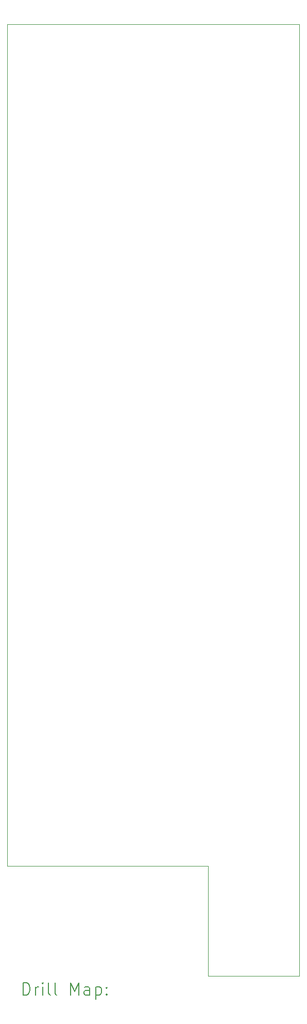
<source format=gbr>
%TF.GenerationSoftware,KiCad,Pcbnew,8.0.5*%
%TF.CreationDate,2024-12-03T21:36:43+01:00*%
%TF.ProjectId,DMH_Mixer_PCB,444d485f-4d69-4786-9572-5f5043422e6b,1*%
%TF.SameCoordinates,Original*%
%TF.FileFunction,Drillmap*%
%TF.FilePolarity,Positive*%
%FSLAX45Y45*%
G04 Gerber Fmt 4.5, Leading zero omitted, Abs format (unit mm)*
G04 Created by KiCad (PCBNEW 8.0.5) date 2024-12-03 21:36:43*
%MOMM*%
%LPD*%
G01*
G04 APERTURE LIST*
%ADD10C,0.050000*%
%ADD11C,0.200000*%
G04 APERTURE END LIST*
D10*
X8400000Y-19850000D02*
X8400000Y-18050000D01*
X9900000Y-4250000D02*
X9900000Y-19850000D01*
X5100000Y-18050000D02*
X5100000Y-4250000D01*
X5100000Y-4250000D02*
X9900000Y-4250000D01*
X9900000Y-19850000D02*
X8400000Y-19850000D01*
X8400000Y-18050000D02*
X5100000Y-18050000D01*
D11*
X5358277Y-20163984D02*
X5358277Y-19963984D01*
X5358277Y-19963984D02*
X5405896Y-19963984D01*
X5405896Y-19963984D02*
X5434467Y-19973508D01*
X5434467Y-19973508D02*
X5453515Y-19992555D01*
X5453515Y-19992555D02*
X5463039Y-20011603D01*
X5463039Y-20011603D02*
X5472563Y-20049698D01*
X5472563Y-20049698D02*
X5472563Y-20078270D01*
X5472563Y-20078270D02*
X5463039Y-20116365D01*
X5463039Y-20116365D02*
X5453515Y-20135412D01*
X5453515Y-20135412D02*
X5434467Y-20154460D01*
X5434467Y-20154460D02*
X5405896Y-20163984D01*
X5405896Y-20163984D02*
X5358277Y-20163984D01*
X5558277Y-20163984D02*
X5558277Y-20030650D01*
X5558277Y-20068746D02*
X5567801Y-20049698D01*
X5567801Y-20049698D02*
X5577324Y-20040174D01*
X5577324Y-20040174D02*
X5596372Y-20030650D01*
X5596372Y-20030650D02*
X5615420Y-20030650D01*
X5682086Y-20163984D02*
X5682086Y-20030650D01*
X5682086Y-19963984D02*
X5672562Y-19973508D01*
X5672562Y-19973508D02*
X5682086Y-19983031D01*
X5682086Y-19983031D02*
X5691610Y-19973508D01*
X5691610Y-19973508D02*
X5682086Y-19963984D01*
X5682086Y-19963984D02*
X5682086Y-19983031D01*
X5805896Y-20163984D02*
X5786848Y-20154460D01*
X5786848Y-20154460D02*
X5777324Y-20135412D01*
X5777324Y-20135412D02*
X5777324Y-19963984D01*
X5910658Y-20163984D02*
X5891610Y-20154460D01*
X5891610Y-20154460D02*
X5882086Y-20135412D01*
X5882086Y-20135412D02*
X5882086Y-19963984D01*
X6139229Y-20163984D02*
X6139229Y-19963984D01*
X6139229Y-19963984D02*
X6205896Y-20106841D01*
X6205896Y-20106841D02*
X6272562Y-19963984D01*
X6272562Y-19963984D02*
X6272562Y-20163984D01*
X6453515Y-20163984D02*
X6453515Y-20059222D01*
X6453515Y-20059222D02*
X6443991Y-20040174D01*
X6443991Y-20040174D02*
X6424943Y-20030650D01*
X6424943Y-20030650D02*
X6386848Y-20030650D01*
X6386848Y-20030650D02*
X6367801Y-20040174D01*
X6453515Y-20154460D02*
X6434467Y-20163984D01*
X6434467Y-20163984D02*
X6386848Y-20163984D01*
X6386848Y-20163984D02*
X6367801Y-20154460D01*
X6367801Y-20154460D02*
X6358277Y-20135412D01*
X6358277Y-20135412D02*
X6358277Y-20116365D01*
X6358277Y-20116365D02*
X6367801Y-20097317D01*
X6367801Y-20097317D02*
X6386848Y-20087793D01*
X6386848Y-20087793D02*
X6434467Y-20087793D01*
X6434467Y-20087793D02*
X6453515Y-20078270D01*
X6548753Y-20030650D02*
X6548753Y-20230650D01*
X6548753Y-20040174D02*
X6567801Y-20030650D01*
X6567801Y-20030650D02*
X6605896Y-20030650D01*
X6605896Y-20030650D02*
X6624943Y-20040174D01*
X6624943Y-20040174D02*
X6634467Y-20049698D01*
X6634467Y-20049698D02*
X6643991Y-20068746D01*
X6643991Y-20068746D02*
X6643991Y-20125889D01*
X6643991Y-20125889D02*
X6634467Y-20144936D01*
X6634467Y-20144936D02*
X6624943Y-20154460D01*
X6624943Y-20154460D02*
X6605896Y-20163984D01*
X6605896Y-20163984D02*
X6567801Y-20163984D01*
X6567801Y-20163984D02*
X6548753Y-20154460D01*
X6729705Y-20144936D02*
X6739229Y-20154460D01*
X6739229Y-20154460D02*
X6729705Y-20163984D01*
X6729705Y-20163984D02*
X6720182Y-20154460D01*
X6720182Y-20154460D02*
X6729705Y-20144936D01*
X6729705Y-20144936D02*
X6729705Y-20163984D01*
X6729705Y-20040174D02*
X6739229Y-20049698D01*
X6739229Y-20049698D02*
X6729705Y-20059222D01*
X6729705Y-20059222D02*
X6720182Y-20049698D01*
X6720182Y-20049698D02*
X6729705Y-20040174D01*
X6729705Y-20040174D02*
X6729705Y-20059222D01*
M02*

</source>
